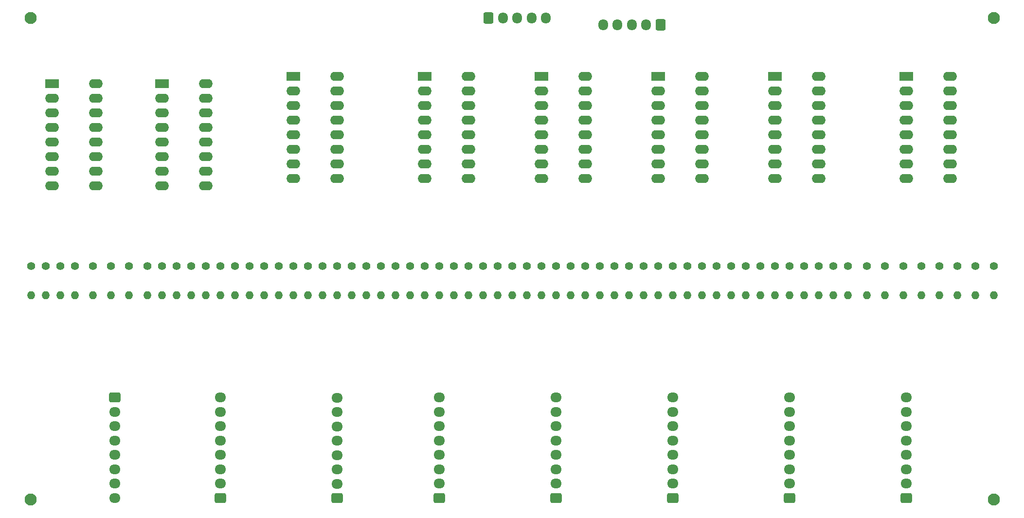
<source format=gbr>
%TF.GenerationSoftware,KiCad,Pcbnew,7.0.9*%
%TF.CreationDate,2023-12-13T10:58:02+05:30*%
%TF.ProjectId,Led_Cube_BaseControler,4c65645f-4375-4626-955f-42617365436f,rev?*%
%TF.SameCoordinates,Original*%
%TF.FileFunction,Soldermask,Bot*%
%TF.FilePolarity,Negative*%
%FSLAX46Y46*%
G04 Gerber Fmt 4.6, Leading zero omitted, Abs format (unit mm)*
G04 Created by KiCad (PCBNEW 7.0.9) date 2023-12-13 10:58:02*
%MOMM*%
%LPD*%
G01*
G04 APERTURE LIST*
G04 Aperture macros list*
%AMRoundRect*
0 Rectangle with rounded corners*
0 $1 Rounding radius*
0 $2 $3 $4 $5 $6 $7 $8 $9 X,Y pos of 4 corners*
0 Add a 4 corners polygon primitive as box body*
4,1,4,$2,$3,$4,$5,$6,$7,$8,$9,$2,$3,0*
0 Add four circle primitives for the rounded corners*
1,1,$1+$1,$2,$3*
1,1,$1+$1,$4,$5*
1,1,$1+$1,$6,$7*
1,1,$1+$1,$8,$9*
0 Add four rect primitives between the rounded corners*
20,1,$1+$1,$2,$3,$4,$5,0*
20,1,$1+$1,$4,$5,$6,$7,0*
20,1,$1+$1,$6,$7,$8,$9,0*
20,1,$1+$1,$8,$9,$2,$3,0*%
G04 Aperture macros list end*
%ADD10C,1.400000*%
%ADD11O,1.400000X1.400000*%
%ADD12RoundRect,0.250000X0.725000X-0.600000X0.725000X0.600000X-0.725000X0.600000X-0.725000X-0.600000X0*%
%ADD13O,1.950000X1.700000*%
%ADD14RoundRect,0.250000X0.600000X0.725000X-0.600000X0.725000X-0.600000X-0.725000X0.600000X-0.725000X0*%
%ADD15O,1.700000X1.950000*%
%ADD16R,2.400000X1.600000*%
%ADD17O,2.400000X1.600000*%
%ADD18C,2.100000*%
%ADD19RoundRect,0.250000X-0.600000X-0.725000X0.600000X-0.725000X0.600000X0.725000X-0.600000X0.725000X0*%
%ADD20RoundRect,0.250000X-0.725000X0.600000X-0.725000X-0.600000X0.725000X-0.600000X0.725000X0.600000X0*%
G04 APERTURE END LIST*
D10*
%TO.C,R13*%
X53340000Y-60960000D03*
D11*
X53340000Y-66040000D03*
%TD*%
D10*
%TO.C,R31*%
X99060000Y-60960000D03*
D11*
X99060000Y-66040000D03*
%TD*%
D10*
%TO.C,R40*%
X121920000Y-60960000D03*
D11*
X121920000Y-66040000D03*
%TD*%
D10*
%TO.C,R44*%
X132080000Y-60960000D03*
D11*
X132080000Y-66040000D03*
%TD*%
D10*
%TO.C,R33*%
X104140000Y-60960000D03*
D11*
X104140000Y-66040000D03*
%TD*%
D10*
%TO.C,R59*%
X172210000Y-60960000D03*
D11*
X172210000Y-66040000D03*
%TD*%
D10*
%TO.C,R36*%
X111760000Y-60960000D03*
D11*
X111760000Y-66040000D03*
%TD*%
D12*
%TO.C,J6*%
X91440000Y-101320000D03*
D13*
X91440000Y-98820000D03*
X91440000Y-96320000D03*
X91440000Y-93820000D03*
X91440000Y-91320000D03*
X91440000Y-88820000D03*
X91440000Y-86320000D03*
X91440000Y-83820000D03*
%TD*%
D10*
%TO.C,R24*%
X81280000Y-60960000D03*
D11*
X81280000Y-66040000D03*
%TD*%
D10*
%TO.C,R32*%
X101600000Y-60960000D03*
D11*
X101600000Y-66040000D03*
%TD*%
D12*
%TO.C,J7*%
X111760000Y-101320000D03*
D13*
X111760000Y-98820000D03*
X111760000Y-96320000D03*
X111760000Y-93820000D03*
X111760000Y-91320000D03*
X111760000Y-88820000D03*
X111760000Y-86320000D03*
X111760000Y-83820000D03*
%TD*%
D10*
%TO.C,R26*%
X86360000Y-60960000D03*
D11*
X86360000Y-66040000D03*
%TD*%
D10*
%TO.C,R46*%
X137160000Y-60960000D03*
D11*
X137160000Y-66040000D03*
%TD*%
D10*
%TO.C,R22*%
X76200000Y-60960000D03*
D11*
X76200000Y-66040000D03*
%TD*%
D10*
%TO.C,R25*%
X83820000Y-60960000D03*
D11*
X83820000Y-66040000D03*
%TD*%
D10*
%TO.C,R34*%
X106680000Y-60960000D03*
D11*
X106680000Y-66040000D03*
%TD*%
D10*
%TO.C,R18*%
X66040000Y-60960000D03*
D11*
X66040000Y-66040000D03*
%TD*%
D10*
%TO.C,R52*%
X152400000Y-60960000D03*
D11*
X152400000Y-66040000D03*
%TD*%
D10*
%TO.C,R28*%
X91440000Y-60960000D03*
D11*
X91440000Y-66040000D03*
%TD*%
D12*
%TO.C,J5*%
X73660000Y-101360000D03*
D13*
X73660000Y-98860000D03*
X73660000Y-96360000D03*
X73660000Y-93860000D03*
X73660000Y-91360000D03*
X73660000Y-88860000D03*
X73660000Y-86360000D03*
X73660000Y-83860000D03*
%TD*%
D14*
%TO.C,J11*%
X129980000Y-18920000D03*
D15*
X127480000Y-18920000D03*
X124980000Y-18920000D03*
X122480000Y-18920000D03*
X119980000Y-18920000D03*
%TD*%
D10*
%TO.C,R60*%
X175360000Y-60960000D03*
D11*
X175360000Y-66040000D03*
%TD*%
D10*
%TO.C,R14*%
X55880000Y-60960000D03*
D11*
X55880000Y-66040000D03*
%TD*%
D16*
%TO.C,U3*%
X24115000Y-29225000D03*
D17*
X24115000Y-31765000D03*
X24115000Y-34305000D03*
X24115000Y-36845000D03*
X24115000Y-39385000D03*
X24115000Y-41925000D03*
X24115000Y-44465000D03*
X24115000Y-47005000D03*
X31735000Y-47005000D03*
X31735000Y-44465000D03*
X31735000Y-41925000D03*
X31735000Y-39385000D03*
X31735000Y-36845000D03*
X31735000Y-34305000D03*
X31735000Y-31765000D03*
X31735000Y-29225000D03*
%TD*%
D10*
%TO.C,R39*%
X119380000Y-60960000D03*
D11*
X119380000Y-66040000D03*
%TD*%
D10*
%TO.C,R20*%
X71120000Y-60960000D03*
D11*
X71120000Y-66040000D03*
%TD*%
D16*
%TO.C,U7*%
X149860000Y-27940000D03*
D17*
X149860000Y-30480000D03*
X149860000Y-33020000D03*
X149860000Y-35560000D03*
X149860000Y-38100000D03*
X149860000Y-40640000D03*
X149860000Y-43180000D03*
X149860000Y-45720000D03*
X157480000Y-45720000D03*
X157480000Y-43180000D03*
X157480000Y-40640000D03*
X157480000Y-38100000D03*
X157480000Y-35560000D03*
X157480000Y-33020000D03*
X157480000Y-30480000D03*
X157480000Y-27940000D03*
%TD*%
D10*
%TO.C,R1*%
X20420000Y-60960000D03*
D11*
X20420000Y-66040000D03*
%TD*%
D10*
%TO.C,R51*%
X149860000Y-60960000D03*
D11*
X149860000Y-66040000D03*
%TD*%
D16*
%TO.C,U8*%
X172720000Y-27940000D03*
D17*
X172720000Y-30480000D03*
X172720000Y-33020000D03*
X172720000Y-35560000D03*
X172720000Y-38100000D03*
X172720000Y-40640000D03*
X172720000Y-43180000D03*
X172720000Y-45720000D03*
X180340000Y-45720000D03*
X180340000Y-43180000D03*
X180340000Y-40640000D03*
X180340000Y-38100000D03*
X180340000Y-35560000D03*
X180340000Y-33020000D03*
X180340000Y-30480000D03*
X180340000Y-27940000D03*
%TD*%
D10*
%TO.C,R45*%
X134620000Y-60960000D03*
D11*
X134620000Y-66040000D03*
%TD*%
D16*
%TO.C,U6*%
X129540000Y-27940000D03*
D17*
X129540000Y-30480000D03*
X129540000Y-33020000D03*
X129540000Y-35560000D03*
X129540000Y-38100000D03*
X129540000Y-40640000D03*
X129540000Y-43180000D03*
X129540000Y-45720000D03*
X137160000Y-45720000D03*
X137160000Y-43180000D03*
X137160000Y-40640000D03*
X137160000Y-38100000D03*
X137160000Y-35560000D03*
X137160000Y-33020000D03*
X137160000Y-30480000D03*
X137160000Y-27940000D03*
%TD*%
D18*
%TO.C,REF\u002A\u002A*%
X20320000Y-101600000D03*
%TD*%
D10*
%TO.C,R56*%
X162560000Y-60960000D03*
D11*
X162560000Y-66040000D03*
%TD*%
D18*
%TO.C,REF\u002A\u002A*%
X187960000Y-17780000D03*
%TD*%
D10*
%TO.C,R11*%
X48260000Y-60960000D03*
D11*
X48260000Y-66040000D03*
%TD*%
D10*
%TO.C,R17*%
X63500000Y-60960000D03*
D11*
X63500000Y-66040000D03*
%TD*%
D10*
%TO.C,R47*%
X139700000Y-60960000D03*
D11*
X139700000Y-66040000D03*
%TD*%
D10*
%TO.C,R57*%
X165910000Y-60960000D03*
D11*
X165910000Y-66040000D03*
%TD*%
D10*
%TO.C,R49*%
X144780000Y-60960000D03*
D11*
X144780000Y-66040000D03*
%TD*%
D10*
%TO.C,R30*%
X96520000Y-60960000D03*
D11*
X96520000Y-66040000D03*
%TD*%
D10*
%TO.C,R8*%
X40640000Y-60960000D03*
D11*
X40640000Y-66040000D03*
%TD*%
D16*
%TO.C,U5*%
X109220000Y-27940000D03*
D17*
X109220000Y-30480000D03*
X109220000Y-33020000D03*
X109220000Y-35560000D03*
X109220000Y-38100000D03*
X109220000Y-40640000D03*
X109220000Y-43180000D03*
X109220000Y-45720000D03*
X116840000Y-45720000D03*
X116840000Y-43180000D03*
X116840000Y-40640000D03*
X116840000Y-38100000D03*
X116840000Y-35560000D03*
X116840000Y-33020000D03*
X116840000Y-30480000D03*
X116840000Y-27940000D03*
%TD*%
D10*
%TO.C,R21*%
X73660000Y-60960000D03*
D11*
X73660000Y-66040000D03*
%TD*%
D10*
%TO.C,R15*%
X58420000Y-60960000D03*
D11*
X58420000Y-66040000D03*
%TD*%
D12*
%TO.C,J9*%
X152400000Y-101320000D03*
D13*
X152400000Y-98820000D03*
X152400000Y-96320000D03*
X152400000Y-93820000D03*
X152400000Y-91320000D03*
X152400000Y-88820000D03*
X152400000Y-86320000D03*
X152400000Y-83820000D03*
%TD*%
D19*
%TO.C,J1*%
X100060000Y-17780000D03*
D15*
X102560000Y-17780000D03*
X105060000Y-17780000D03*
X107560000Y-17780000D03*
X110060000Y-17780000D03*
%TD*%
D10*
%TO.C,R35*%
X109220000Y-60960000D03*
D11*
X109220000Y-66040000D03*
%TD*%
D10*
%TO.C,R9*%
X43180000Y-60960000D03*
D11*
X43180000Y-66040000D03*
%TD*%
D10*
%TO.C,R7*%
X37490000Y-60960000D03*
D11*
X37490000Y-66040000D03*
%TD*%
D10*
%TO.C,R64*%
X187960000Y-60960000D03*
D11*
X187960000Y-66040000D03*
%TD*%
D10*
%TO.C,R41*%
X124460000Y-60960000D03*
D11*
X124460000Y-66040000D03*
%TD*%
D20*
%TO.C,J3*%
X35020000Y-83820000D03*
D13*
X35020000Y-86320000D03*
X35020000Y-88820000D03*
X35020000Y-91320000D03*
X35020000Y-93820000D03*
X35020000Y-96320000D03*
X35020000Y-98820000D03*
X35020000Y-101320000D03*
%TD*%
D10*
%TO.C,R50*%
X147320000Y-60960000D03*
D11*
X147320000Y-66040000D03*
%TD*%
D10*
%TO.C,R53*%
X154940000Y-60960000D03*
D11*
X154940000Y-66040000D03*
%TD*%
D16*
%TO.C,U4*%
X88900000Y-27940000D03*
D17*
X88900000Y-30480000D03*
X88900000Y-33020000D03*
X88900000Y-35560000D03*
X88900000Y-38100000D03*
X88900000Y-40640000D03*
X88900000Y-43180000D03*
X88900000Y-45720000D03*
X96520000Y-45720000D03*
X96520000Y-43180000D03*
X96520000Y-40640000D03*
X96520000Y-38100000D03*
X96520000Y-35560000D03*
X96520000Y-33020000D03*
X96520000Y-30480000D03*
X96520000Y-27940000D03*
%TD*%
D10*
%TO.C,R54*%
X157480000Y-60960000D03*
D11*
X157480000Y-66040000D03*
%TD*%
D10*
%TO.C,R3*%
X25500000Y-60960000D03*
D11*
X25500000Y-66040000D03*
%TD*%
D10*
%TO.C,R29*%
X93980000Y-60960000D03*
D11*
X93980000Y-66040000D03*
%TD*%
D10*
%TO.C,R43*%
X129540000Y-60960000D03*
D11*
X129540000Y-66040000D03*
%TD*%
D10*
%TO.C,R62*%
X181660000Y-60960000D03*
D11*
X181660000Y-66040000D03*
%TD*%
D10*
%TO.C,R27*%
X88900000Y-60960000D03*
D11*
X88900000Y-66040000D03*
%TD*%
D10*
%TO.C,R12*%
X50800000Y-60960000D03*
D11*
X50800000Y-66040000D03*
%TD*%
D10*
%TO.C,R4*%
X28040000Y-60960000D03*
D11*
X28040000Y-66040000D03*
%TD*%
D10*
%TO.C,R16*%
X60960000Y-60960000D03*
D11*
X60960000Y-66040000D03*
%TD*%
D10*
%TO.C,R48*%
X142240000Y-60960000D03*
D11*
X142240000Y-66040000D03*
%TD*%
D10*
%TO.C,R2*%
X22960000Y-60960000D03*
D11*
X22960000Y-66040000D03*
%TD*%
D16*
%TO.C,U1*%
X43180000Y-29225000D03*
D17*
X43180000Y-31765000D03*
X43180000Y-34305000D03*
X43180000Y-36845000D03*
X43180000Y-39385000D03*
X43180000Y-41925000D03*
X43180000Y-44465000D03*
X43180000Y-47005000D03*
X50800000Y-47005000D03*
X50800000Y-44465000D03*
X50800000Y-41925000D03*
X50800000Y-39385000D03*
X50800000Y-36845000D03*
X50800000Y-34305000D03*
X50800000Y-31765000D03*
X50800000Y-29225000D03*
%TD*%
D12*
%TO.C,J10*%
X172720000Y-101320000D03*
D13*
X172720000Y-98820000D03*
X172720000Y-96320000D03*
X172720000Y-93820000D03*
X172720000Y-91320000D03*
X172720000Y-88820000D03*
X172720000Y-86320000D03*
X172720000Y-83820000D03*
%TD*%
D10*
%TO.C,R23*%
X78740000Y-60960000D03*
D11*
X78740000Y-66040000D03*
%TD*%
D10*
%TO.C,R10*%
X45720000Y-60960000D03*
D11*
X45720000Y-66040000D03*
%TD*%
D10*
%TO.C,R61*%
X178510000Y-60960000D03*
D11*
X178510000Y-66040000D03*
%TD*%
D10*
%TO.C,R55*%
X160020000Y-60960000D03*
D11*
X160020000Y-66040000D03*
%TD*%
D10*
%TO.C,R42*%
X127000000Y-60960000D03*
D11*
X127000000Y-66040000D03*
%TD*%
D10*
%TO.C,R38*%
X116840000Y-60960000D03*
D11*
X116840000Y-66040000D03*
%TD*%
D18*
%TO.C,REF\u002A\u002A*%
X187960000Y-101600000D03*
%TD*%
D10*
%TO.C,R5*%
X31190000Y-60960000D03*
D11*
X31190000Y-66040000D03*
%TD*%
D10*
%TO.C,R58*%
X169060000Y-60960000D03*
D11*
X169060000Y-66040000D03*
%TD*%
D10*
%TO.C,R6*%
X34340000Y-60960000D03*
D11*
X34340000Y-66040000D03*
%TD*%
D18*
%TO.C,REF\u002A\u002A*%
X20320000Y-17780000D03*
%TD*%
D10*
%TO.C,R63*%
X184810000Y-60960000D03*
D11*
X184810000Y-66040000D03*
%TD*%
D12*
%TO.C,J8*%
X132080000Y-101320000D03*
D13*
X132080000Y-98820000D03*
X132080000Y-96320000D03*
X132080000Y-93820000D03*
X132080000Y-91320000D03*
X132080000Y-88820000D03*
X132080000Y-86320000D03*
X132080000Y-83820000D03*
%TD*%
D10*
%TO.C,R19*%
X68580000Y-60960000D03*
D11*
X68580000Y-66040000D03*
%TD*%
D16*
%TO.C,U2*%
X66040000Y-27940000D03*
D17*
X66040000Y-30480000D03*
X66040000Y-33020000D03*
X66040000Y-35560000D03*
X66040000Y-38100000D03*
X66040000Y-40640000D03*
X66040000Y-43180000D03*
X66040000Y-45720000D03*
X73660000Y-45720000D03*
X73660000Y-43180000D03*
X73660000Y-40640000D03*
X73660000Y-38100000D03*
X73660000Y-35560000D03*
X73660000Y-33020000D03*
X73660000Y-30480000D03*
X73660000Y-27940000D03*
%TD*%
D10*
%TO.C,R37*%
X114300000Y-60960000D03*
D11*
X114300000Y-66040000D03*
%TD*%
D12*
%TO.C,J4*%
X53340000Y-101320000D03*
D13*
X53340000Y-98820000D03*
X53340000Y-96320000D03*
X53340000Y-93820000D03*
X53340000Y-91320000D03*
X53340000Y-88820000D03*
X53340000Y-86320000D03*
X53340000Y-83820000D03*
%TD*%
M02*

</source>
